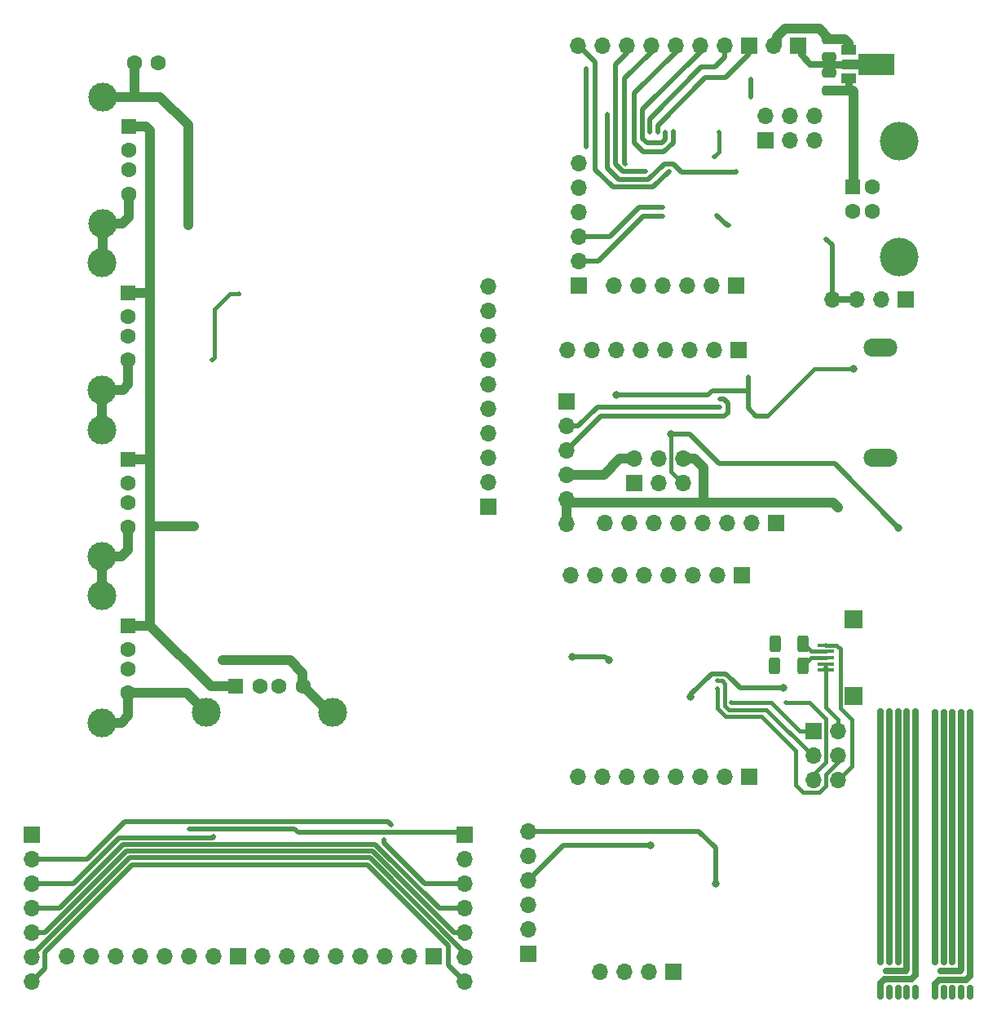
<source format=gbr>
%TF.GenerationSoftware,KiCad,Pcbnew,(6.0.5)*%
%TF.CreationDate,2023-06-16T09:56:29+03:00*%
%TF.ProjectId,JLC1,4a4c4331-2e6b-4696-9361-645f70636258,rev?*%
%TF.SameCoordinates,Original*%
%TF.FileFunction,Copper,L2,Bot*%
%TF.FilePolarity,Positive*%
%FSLAX46Y46*%
G04 Gerber Fmt 4.6, Leading zero omitted, Abs format (unit mm)*
G04 Created by KiCad (PCBNEW (6.0.5)) date 2023-06-16 09:56:29*
%MOMM*%
%LPD*%
G01*
G04 APERTURE LIST*
G04 Aperture macros list*
%AMRoundRect*
0 Rectangle with rounded corners*
0 $1 Rounding radius*
0 $2 $3 $4 $5 $6 $7 $8 $9 X,Y pos of 4 corners*
0 Add a 4 corners polygon primitive as box body*
4,1,4,$2,$3,$4,$5,$6,$7,$8,$9,$2,$3,0*
0 Add four circle primitives for the rounded corners*
1,1,$1+$1,$2,$3*
1,1,$1+$1,$4,$5*
1,1,$1+$1,$6,$7*
1,1,$1+$1,$8,$9*
0 Add four rect primitives between the rounded corners*
20,1,$1+$1,$2,$3,$4,$5,0*
20,1,$1+$1,$4,$5,$6,$7,0*
20,1,$1+$1,$6,$7,$8,$9,0*
20,1,$1+$1,$8,$9,$2,$3,0*%
G04 Aperture macros list end*
%TA.AperFunction,ComponentPad*%
%ADD10C,4.000000*%
%TD*%
%TA.AperFunction,ComponentPad*%
%ADD11C,1.600000*%
%TD*%
%TA.AperFunction,ComponentPad*%
%ADD12R,1.600000X1.600000*%
%TD*%
%TA.AperFunction,ComponentPad*%
%ADD13O,1.700000X1.700000*%
%TD*%
%TA.AperFunction,ComponentPad*%
%ADD14R,1.700000X1.700000*%
%TD*%
%TA.AperFunction,ComponentPad*%
%ADD15C,3.000000*%
%TD*%
%TA.AperFunction,ComponentPad*%
%ADD16R,1.500000X1.600000*%
%TD*%
%TA.AperFunction,ComponentPad*%
%ADD17R,1.600000X1.500000*%
%TD*%
%TA.AperFunction,ComponentPad*%
%ADD18O,3.500000X1.900000*%
%TD*%
%TA.AperFunction,SMDPad,CuDef*%
%ADD19RoundRect,0.175000X-0.175000X-0.575000X0.175000X-0.575000X0.175000X0.575000X-0.175000X0.575000X0*%
%TD*%
%TA.AperFunction,SMDPad,CuDef*%
%ADD20RoundRect,0.250000X0.475000X-0.250000X0.475000X0.250000X-0.475000X0.250000X-0.475000X-0.250000X0*%
%TD*%
%TA.AperFunction,SMDPad,CuDef*%
%ADD21R,3.700000X2.200000*%
%TD*%
%TA.AperFunction,SMDPad,CuDef*%
%ADD22R,1.500000X1.000000*%
%TD*%
%TA.AperFunction,SMDPad,CuDef*%
%ADD23R,1.800000X1.000000*%
%TD*%
%TA.AperFunction,SMDPad,CuDef*%
%ADD24RoundRect,0.250000X-0.312500X-0.625000X0.312500X-0.625000X0.312500X0.625000X-0.312500X0.625000X0*%
%TD*%
%TA.AperFunction,SMDPad,CuDef*%
%ADD25R,1.900000X1.900000*%
%TD*%
%TA.AperFunction,SMDPad,CuDef*%
%ADD26R,1.800000X0.400000*%
%TD*%
%TA.AperFunction,ViaPad*%
%ADD27C,0.600000*%
%TD*%
%TA.AperFunction,ViaPad*%
%ADD28C,0.800000*%
%TD*%
%TA.AperFunction,ViaPad*%
%ADD29C,0.500000*%
%TD*%
%TA.AperFunction,ViaPad*%
%ADD30C,0.400000*%
%TD*%
%TA.AperFunction,ViaPad*%
%ADD31C,1.000000*%
%TD*%
%TA.AperFunction,Conductor*%
%ADD32C,0.500000*%
%TD*%
%TA.AperFunction,Conductor*%
%ADD33C,0.400000*%
%TD*%
%TA.AperFunction,Conductor*%
%ADD34C,0.450000*%
%TD*%
%TA.AperFunction,Conductor*%
%ADD35C,1.000000*%
%TD*%
%TA.AperFunction,Conductor*%
%ADD36C,0.700000*%
%TD*%
%TA.AperFunction,Conductor*%
%ADD37C,0.800000*%
%TD*%
%TA.AperFunction,Conductor*%
%ADD38C,0.350000*%
%TD*%
G04 APERTURE END LIST*
D10*
%TO.P,USB,5*%
%TO.N,N/C*%
X166868450Y-56111550D03*
X166868450Y-44111550D03*
D11*
%TO.P,USB,4*%
X164008450Y-48861550D03*
%TO.P,USB,3*%
X164008450Y-51361550D03*
%TO.P,USB,2*%
X162008450Y-51361550D03*
D12*
%TO.P,USB,1*%
X162008450Y-48861550D03*
%TD*%
D13*
%TO.P,REF\u002A\u002A,7*%
%TO.N,N/C*%
X121750000Y-131310000D03*
%TO.P,REF\u002A\u002A,6*%
X121750000Y-128770000D03*
%TO.P,REF\u002A\u002A,5*%
X121750000Y-126230000D03*
%TO.P,REF\u002A\u002A,4*%
X121750000Y-123690000D03*
%TO.P,REF\u002A\u002A,3*%
X121750000Y-121150000D03*
%TO.P,REF\u002A\u002A,2*%
X121750000Y-118610000D03*
D14*
%TO.P,REF\u002A\u002A,1*%
X121750000Y-116070000D03*
%TD*%
D13*
%TO.P,REF\u002A\u002A,8*%
%TO.N,N/C*%
X80435872Y-128656900D03*
%TO.P,REF\u002A\u002A,7*%
X82975872Y-128656900D03*
%TO.P,REF\u002A\u002A,6*%
X85515872Y-128656900D03*
%TO.P,REF\u002A\u002A,5*%
X88055872Y-128656900D03*
%TO.P,REF\u002A\u002A,4*%
X90595872Y-128656900D03*
%TO.P,REF\u002A\u002A,3*%
X93135872Y-128656900D03*
%TO.P,REF\u002A\u002A,2*%
X95675872Y-128656900D03*
D14*
%TO.P,REF\u002A\u002A,1*%
X98215872Y-128656900D03*
%TD*%
D11*
%TO.P,22pF,2*%
%TO.N,N/C*%
X89900000Y-35950000D03*
%TO.P,22pF,1*%
%TO.N,gnd*%
X87400000Y-35950000D03*
%TD*%
D15*
%TO.P,USB1,5*%
%TO.N,gnd*%
X84025000Y-104415000D03*
X84025000Y-91275000D03*
D11*
%TO.P,USB1,4*%
X86735000Y-101345000D03*
%TO.P,USB1,3*%
%TO.N,N/C*%
X86735000Y-98845000D03*
%TO.P,USB1,2*%
X86735000Y-96845000D03*
D16*
%TO.P,USB1,1*%
X86735000Y-94345000D03*
%TD*%
D13*
%TO.P,REF\u002A\u002A,6*%
%TO.N,N/C*%
X132325000Y-83770000D03*
%TO.P,REF\u002A\u002A,5*%
X132325000Y-81230000D03*
%TO.P,REF\u002A\u002A,4*%
X132325000Y-78690000D03*
%TO.P,REF\u002A\u002A,3*%
X132325000Y-76150000D03*
%TO.P,REF\u002A\u002A,2*%
X132325000Y-73610000D03*
D14*
%TO.P,REF\u002A\u002A,1*%
X132325000Y-71070000D03*
%TD*%
D13*
%TO.P,REF\u002A\u002A,8*%
%TO.N,N/C*%
X133478450Y-34161550D03*
%TO.P,REF\u002A\u002A,7*%
X136018450Y-34161550D03*
%TO.P,REF\u002A\u002A,6*%
X138558450Y-34161550D03*
%TO.P,REF\u002A\u002A,5*%
X141098450Y-34161550D03*
%TO.P,REF\u002A\u002A,4*%
X143638450Y-34161550D03*
%TO.P,REF\u002A\u002A,3*%
X146178450Y-34161550D03*
%TO.P,REF\u002A\u002A,2*%
X148718450Y-34161550D03*
D14*
%TO.P,REF\u002A\u002A,1*%
X151258450Y-34161550D03*
%TD*%
D13*
%TO.P,REF\u002A\u002A,4*%
%TO.N,N/C*%
X135760000Y-130255000D03*
%TO.P,REF\u002A\u002A,3*%
X138300000Y-130255000D03*
%TO.P,REF\u002A\u002A,2*%
X140840000Y-130255000D03*
D14*
%TO.P,REF\u002A\u002A,1*%
X143380000Y-130255000D03*
%TD*%
D13*
%TO.P,REF\u002A\u002A,6*%
%TO.N,N/C*%
X144375000Y-77045000D03*
%TO.P,REF\u002A\u002A,5*%
X144375000Y-79585000D03*
%TO.P,REF\u002A\u002A,4*%
X141835000Y-77045000D03*
%TO.P,REF\u002A\u002A,3*%
X141835000Y-79585000D03*
%TO.P,REF\u002A\u002A,2*%
X139295000Y-77045000D03*
D14*
%TO.P,REF\u002A\u002A,1*%
X139295000Y-79585000D03*
%TD*%
D13*
%TO.P,REF\u002A\u002A,6*%
%TO.N,N/C*%
X137239850Y-59041050D03*
%TO.P,REF\u002A\u002A,5*%
X139779850Y-59041050D03*
%TO.P,REF\u002A\u002A,4*%
X142319850Y-59041050D03*
%TO.P,REF\u002A\u002A,3*%
X144859850Y-59041050D03*
%TO.P,REF\u002A\u002A,2*%
X147399850Y-59041050D03*
D14*
%TO.P,REF\u002A\u002A,1*%
X149939850Y-59041050D03*
%TD*%
D13*
%TO.P,REF\u002A\u002A,8*%
%TO.N,N/C*%
X136245000Y-83745000D03*
%TO.P,REF\u002A\u002A,7*%
X138785000Y-83745000D03*
%TO.P,REF\u002A\u002A,6*%
X141325000Y-83745000D03*
%TO.P,REF\u002A\u002A,5*%
X143865000Y-83745000D03*
%TO.P,REF\u002A\u002A,4*%
X146405000Y-83745000D03*
%TO.P,REF\u002A\u002A,3*%
X148945000Y-83745000D03*
%TO.P,REF\u002A\u002A,2*%
X151485000Y-83745000D03*
D14*
%TO.P,REF\u002A\u002A,1*%
X154025000Y-83745000D03*
%TD*%
D13*
%TO.P,REF\u002A\u002A,6*%
%TO.N,N/C*%
X158007450Y-41476050D03*
%TO.P,REF\u002A\u002A,5*%
X158007450Y-44016050D03*
%TO.P,REF\u002A\u002A,4*%
X155467450Y-41476050D03*
%TO.P,REF\u002A\u002A,3*%
X155467450Y-44016050D03*
%TO.P,REF\u002A\u002A,2*%
X152927450Y-41476050D03*
D14*
%TO.P,REF\u002A\u002A,1*%
X152927450Y-44016050D03*
%TD*%
D16*
%TO.P,USB2,1*%
%TO.N,N/C*%
X86760000Y-77095000D03*
D11*
%TO.P,USB2,2*%
X86760000Y-79595000D03*
%TO.P,USB2,3*%
X86760000Y-81595000D03*
%TO.P,USB2,4*%
%TO.N,gnd*%
X86760000Y-84095000D03*
D15*
%TO.P,USB2,5*%
X84050000Y-74025000D03*
X84050000Y-87165000D03*
%TD*%
D13*
%TO.P,REF\u002A\u002A,8*%
%TO.N,N/C*%
X100735872Y-128656900D03*
%TO.P,REF\u002A\u002A,7*%
X103275872Y-128656900D03*
%TO.P,REF\u002A\u002A,6*%
X105815872Y-128656900D03*
%TO.P,REF\u002A\u002A,5*%
X108355872Y-128656900D03*
%TO.P,REF\u002A\u002A,4*%
X110895872Y-128656900D03*
%TO.P,REF\u002A\u002A,3*%
X113435872Y-128656900D03*
%TO.P,REF\u002A\u002A,2*%
X115975872Y-128656900D03*
D14*
%TO.P,REF\u002A\u002A,1*%
X118515872Y-128656900D03*
%TD*%
D13*
%TO.P,REF\u002A\u002A,6*%
%TO.N,N/C*%
X133533450Y-46386550D03*
%TO.P,REF\u002A\u002A,5*%
X133533450Y-48926550D03*
%TO.P,REF\u002A\u002A,4*%
X133533450Y-51466550D03*
%TO.P,REF\u002A\u002A,3*%
X133533450Y-54006550D03*
%TO.P,REF\u002A\u002A,2*%
X133533450Y-56546550D03*
D14*
%TO.P,REF\u002A\u002A,1*%
X133533450Y-59086550D03*
%TD*%
D15*
%TO.P,USB_0,5*%
%TO.N,gnd*%
X107995000Y-103325000D03*
X94855000Y-103325000D03*
D11*
%TO.P,USB_0,4*%
X104925000Y-100615000D03*
%TO.P,USB_0,3*%
%TO.N,N/C*%
X102425000Y-100615000D03*
%TO.P,USB_0,2*%
X100425000Y-100615000D03*
D17*
%TO.P,USB_0,1*%
X97925000Y-100615000D03*
%TD*%
D13*
%TO.P,REF\u002A\u002A,8*%
%TO.N,N/C*%
X132710000Y-89080000D03*
%TO.P,REF\u002A\u002A,7*%
X135250000Y-89080000D03*
%TO.P,REF\u002A\u002A,6*%
X137790000Y-89080000D03*
%TO.P,REF\u002A\u002A,5*%
X140330000Y-89080000D03*
%TO.P,REF\u002A\u002A,4*%
X142870000Y-89080000D03*
%TO.P,REF\u002A\u002A,3*%
X145410000Y-89080000D03*
%TO.P,REF\u002A\u002A,2*%
X147950000Y-89080000D03*
D14*
%TO.P,REF\u002A\u002A,1*%
X150490000Y-89080000D03*
%TD*%
D13*
%TO.P,REF\u002A\u002A,7*%
%TO.N,N/C*%
X76770000Y-131296900D03*
%TO.P,REF\u002A\u002A,6*%
X76770000Y-128756900D03*
%TO.P,REF\u002A\u002A,5*%
X76770000Y-126216900D03*
%TO.P,REF\u002A\u002A,4*%
X76770000Y-123676900D03*
%TO.P,REF\u002A\u002A,3*%
X76770000Y-121136900D03*
%TO.P,REF\u002A\u002A,2*%
X76770000Y-118596900D03*
D14*
%TO.P,REF\u002A\u002A,1*%
X76770000Y-116056900D03*
%TD*%
D13*
%TO.P,REF\u002A\u002A,4*%
%TO.N,N/C*%
X159873450Y-60511550D03*
%TO.P,REF\u002A\u002A,3*%
X162413450Y-60511550D03*
%TO.P,REF\u002A\u002A,2*%
X164953450Y-60511550D03*
D14*
%TO.P,REF\u002A\u002A,1*%
X167493450Y-60511550D03*
%TD*%
D13*
%TO.P,-BAT+,2*%
%TO.N,N/C*%
X153818450Y-34161550D03*
D14*
%TO.P,-BAT+,1*%
X156358450Y-34161550D03*
%TD*%
D13*
%TO.P,REF\u002A\u002A,6*%
%TO.N,gnd*%
X128302500Y-115670000D03*
%TO.P,REF\u002A\u002A,5*%
X128302500Y-118210000D03*
%TO.P,REF\u002A\u002A,4*%
%TO.N,N/C*%
X128302500Y-120750000D03*
%TO.P,REF\u002A\u002A,3*%
X128302500Y-123290000D03*
%TO.P,REF\u002A\u002A,2*%
X128302500Y-125830000D03*
D14*
%TO.P,REF\u002A\u002A,1*%
X128302500Y-128370000D03*
%TD*%
D13*
%TO.P,REF\u002A\u002A,6*%
%TO.N,N/C*%
X160480000Y-110385000D03*
%TO.P,REF\u002A\u002A,5*%
X157940000Y-110385000D03*
%TO.P,REF\u002A\u002A,4*%
X160480000Y-107845000D03*
%TO.P,REF\u002A\u002A,3*%
X157940000Y-107845000D03*
%TO.P,REF\u002A\u002A,2*%
X160480000Y-105305000D03*
D14*
%TO.P,REF\u002A\u002A,1*%
X157940000Y-105305000D03*
%TD*%
D13*
%TO.P,REF\u002A\u002A,8*%
%TO.N,N/C*%
X132370000Y-65745000D03*
%TO.P,REF\u002A\u002A,7*%
X134910000Y-65745000D03*
%TO.P,REF\u002A\u002A,6*%
X137450000Y-65745000D03*
%TO.P,REF\u002A\u002A,5*%
X139990000Y-65745000D03*
%TO.P,REF\u002A\u002A,4*%
X142530000Y-65745000D03*
%TO.P,REF\u002A\u002A,3*%
X145070000Y-65745000D03*
%TO.P,REF\u002A\u002A,2*%
X147610000Y-65745000D03*
D14*
%TO.P,REF\u002A\u002A,1*%
X150150000Y-65745000D03*
%TD*%
D15*
%TO.P,USB3,5*%
%TO.N,gnd*%
X84075000Y-56730000D03*
X84075000Y-69870000D03*
D11*
%TO.P,USB3,4*%
X86785000Y-66800000D03*
%TO.P,USB3,3*%
%TO.N,N/C*%
X86785000Y-64300000D03*
%TO.P,USB3,2*%
X86785000Y-62300000D03*
D16*
%TO.P,USB3,1*%
X86785000Y-59800000D03*
%TD*%
D18*
%TO.P,USB_0,5*%
%TO.N,N/C*%
X164875000Y-76895000D03*
X164875000Y-65495000D03*
%TD*%
D15*
%TO.P,USB4,5*%
%TO.N,gnd*%
X84100000Y-52620000D03*
X84100000Y-39480000D03*
D11*
%TO.P,USB4,4*%
X86810000Y-49550000D03*
%TO.P,USB4,3*%
%TO.N,N/C*%
X86810000Y-47050000D03*
%TO.P,USB4,2*%
X86810000Y-45050000D03*
D16*
%TO.P,USB4,1*%
X86810000Y-42550000D03*
%TD*%
D13*
%TO.P,REF\u002A\u002A,8*%
%TO.N,N/C*%
X133460000Y-110030000D03*
%TO.P,REF\u002A\u002A,7*%
X136000000Y-110030000D03*
%TO.P,REF\u002A\u002A,6*%
X138540000Y-110030000D03*
%TO.P,REF\u002A\u002A,5*%
X141080000Y-110030000D03*
%TO.P,REF\u002A\u002A,4*%
X143620000Y-110030000D03*
%TO.P,REF\u002A\u002A,3*%
X146160000Y-110030000D03*
%TO.P,REF\u002A\u002A,2*%
X148700000Y-110030000D03*
D14*
%TO.P,REF\u002A\u002A,1*%
X151240000Y-110030000D03*
%TD*%
D19*
%TO.P,,1*%
%TO.N,N/C*%
X173275000Y-103732500D03*
%TD*%
%TO.P,,1*%
%TO.N,N/C*%
X166725000Y-132395000D03*
%TD*%
%TO.P,,1*%
%TO.N,N/C*%
X164925000Y-103720000D03*
%TD*%
%TO.P,,1*%
%TO.N,N/C*%
X172375000Y-132407500D03*
%TD*%
%TO.P,,1*%
%TO.N,N/C*%
X167625000Y-103720000D03*
%TD*%
%TO.P,,1*%
%TO.N,N/C*%
X174175000Y-103732500D03*
%TD*%
%TO.P,,1*%
%TO.N,N/C*%
X168525000Y-103720000D03*
%TD*%
D20*
%TO.P,100uF,2*%
%TO.N,N/C*%
X159568450Y-33461550D03*
%TO.P,100uF,1*%
X159568450Y-35361550D03*
%TD*%
%TO.P,100uF,2*%
%TO.N,N/C*%
X159568450Y-36961550D03*
%TO.P,100uF,1*%
X159568450Y-38861550D03*
%TD*%
D19*
%TO.P,,1*%
%TO.N,N/C*%
X171475000Y-132407500D03*
%TD*%
%TO.P,,1*%
%TO.N,N/C*%
X166725000Y-103720000D03*
%TD*%
%TO.P,,1*%
%TO.N,N/C*%
X165825000Y-103720000D03*
%TD*%
%TO.P,,1*%
%TO.N,N/C*%
X170575000Y-103732500D03*
%TD*%
D13*
%TO.P,REF\u002A\u002A,10*%
%TO.N,N/C*%
X124191250Y-59185000D03*
%TO.P,REF\u002A\u002A,9*%
X124191250Y-61725000D03*
%TO.P,REF\u002A\u002A,8*%
X124191250Y-64265000D03*
%TO.P,REF\u002A\u002A,7*%
X124191250Y-66805000D03*
%TO.P,REF\u002A\u002A,6*%
X124191250Y-69345000D03*
%TO.P,REF\u002A\u002A,5*%
X124191250Y-71885000D03*
%TO.P,REF\u002A\u002A,4*%
X124191250Y-74425000D03*
%TO.P,REF\u002A\u002A,3*%
X124191250Y-76965000D03*
%TO.P,REF\u002A\u002A,2*%
%TO.N,5v*%
X124191250Y-79505000D03*
D14*
%TO.P,REF\u002A\u002A,1*%
%TO.N,gnd*%
X124191250Y-82045000D03*
%TD*%
D19*
%TO.P,,1*%
%TO.N,N/C*%
X168525000Y-132395000D03*
%TD*%
%TO.P,,1*%
%TO.N,N/C*%
X172375000Y-103732500D03*
%TD*%
D21*
%TO.P,78L05,4*%
%TO.N,N/C*%
X164507690Y-36095000D03*
D22*
%TO.P,78L05,3*%
X161607690Y-34595000D03*
D23*
%TO.P,78L05,2*%
X161757690Y-36095000D03*
D22*
%TO.P,78L05,1*%
X161607690Y-37595000D03*
%TD*%
D19*
%TO.P,,1*%
%TO.N,N/C*%
X164925000Y-132395000D03*
%TD*%
%TO.P,,1*%
%TO.N,N/C*%
X170575000Y-132407500D03*
%TD*%
%TO.P,,1*%
%TO.N,N/C*%
X173275000Y-132407500D03*
%TD*%
%TO.P,,1*%
%TO.N,N/C*%
X174175000Y-132407500D03*
%TD*%
%TO.P,,1*%
%TO.N,N/C*%
X165825000Y-132395000D03*
%TD*%
D24*
%TO.P,22R,2*%
%TO.N,N/C*%
X156877500Y-96230000D03*
%TO.P,22R,1*%
X153952500Y-96230000D03*
%TD*%
D25*
%TO.P,REF\u002A\u002A,6*%
%TO.N,N/C*%
X162115000Y-93730000D03*
X162115000Y-101630000D03*
D26*
%TO.P,REF\u002A\u002A,5*%
X159215000Y-98980000D03*
%TO.P,REF\u002A\u002A,4*%
X159215000Y-98330000D03*
%TO.P,REF\u002A\u002A,3*%
X159215000Y-97680000D03*
%TO.P,REF\u002A\u002A,2*%
X159215000Y-97030000D03*
%TO.P,REF\u002A\u002A,1*%
X159215000Y-96380000D03*
%TD*%
D19*
%TO.P,,1*%
%TO.N,N/C*%
X167625000Y-132395000D03*
%TD*%
%TO.P,,1*%
%TO.N,N/C*%
X171475000Y-103732500D03*
%TD*%
D24*
%TO.P,22R,2*%
%TO.N,N/C*%
X156852500Y-98530000D03*
%TO.P,22R,1*%
X153927500Y-98530000D03*
%TD*%
D27*
%TO.N,*%
X170575000Y-129232500D03*
D28*
X132890000Y-97580000D03*
D29*
X96875000Y-117045000D03*
X140508450Y-47236550D03*
D27*
X164900000Y-105070000D03*
D28*
X145190000Y-101730000D03*
D29*
X159215000Y-96380000D03*
X149905250Y-47253450D03*
D27*
X168525000Y-109695000D03*
D29*
X140933450Y-43116550D03*
D27*
X164925000Y-129220000D03*
X165500000Y-130145000D03*
D29*
X95650000Y-116220000D03*
X159252450Y-54241050D03*
X98150000Y-117745000D03*
D27*
X174200000Y-120532500D03*
X171475000Y-129257500D03*
D29*
X134318450Y-44646550D03*
X109482500Y-117702500D03*
D28*
X159718450Y-36086550D03*
D30*
X165975000Y-110820000D03*
D28*
X140977500Y-117130000D03*
D29*
X149440000Y-102330000D03*
D27*
X174200000Y-115032500D03*
D29*
X148225000Y-71645000D03*
X111600000Y-119145000D03*
X159215000Y-98655000D03*
X151175000Y-68545000D03*
X141783450Y-43111550D03*
X142583450Y-43111550D03*
X151468450Y-39536550D03*
X153125000Y-72595000D03*
D27*
X166725000Y-117745000D03*
X167650000Y-123320000D03*
D29*
X93100000Y-115445000D03*
D28*
X154840000Y-100830000D03*
D27*
X168550000Y-115020000D03*
D29*
X99450000Y-118445000D03*
D27*
X165825000Y-129245000D03*
D29*
X153990000Y-96230000D03*
D27*
X168550000Y-120520000D03*
X173300000Y-123332500D03*
D29*
X155040000Y-102330000D03*
X100700000Y-119145000D03*
X134318450Y-36511550D03*
X147908450Y-51786550D03*
X148225000Y-70845000D03*
D27*
X172375000Y-117757500D03*
D29*
X153940000Y-98530000D03*
X151468450Y-37661550D03*
X136533450Y-41311550D03*
X104400000Y-115795000D03*
D27*
X168550000Y-125995000D03*
D28*
X93600000Y-84000000D03*
D29*
X149177450Y-52841050D03*
X108200000Y-117045000D03*
X142258450Y-50936550D03*
X138424450Y-46466050D03*
X143383450Y-43086550D03*
D27*
X166725000Y-129270000D03*
D28*
X160475000Y-82095000D03*
D29*
X147990000Y-100080000D03*
D28*
X137425000Y-70445000D03*
D29*
X152525000Y-77545000D03*
X147990000Y-100880000D03*
D28*
X143125000Y-74495000D03*
D29*
X113300000Y-116570000D03*
D27*
X171150000Y-130157500D03*
D29*
X110775000Y-118445000D03*
X114125000Y-115020000D03*
D27*
X170550000Y-105082500D03*
D28*
X136690000Y-97955000D03*
D27*
X172375000Y-129282500D03*
X174175000Y-109707500D03*
D30*
X171625000Y-110832500D03*
D28*
X166775000Y-84245000D03*
D29*
X148152650Y-43113250D03*
X142958450Y-47211550D03*
D27*
X174200000Y-126007500D03*
D28*
X162125000Y-67695000D03*
D29*
X142258450Y-51861550D03*
X103200000Y-114695000D03*
X147618450Y-45701550D03*
D31*
%TO.N,gnd*%
X96600000Y-97950000D03*
D28*
X93000000Y-52837500D03*
X147752500Y-121155000D03*
D29*
%TO.N,1.8V*%
X98285000Y-59900000D03*
X95455000Y-66760000D03*
%TD*%
D32*
%TO.N,*%
X108200000Y-117045000D02*
X96875000Y-117045000D01*
D33*
X159190000Y-108530000D02*
X157940000Y-109780000D01*
D32*
X137383450Y-46491550D02*
X137383450Y-36096550D01*
X138424450Y-46466050D02*
X138308450Y-46350050D01*
D33*
X157940000Y-107845000D02*
X157825000Y-107845000D01*
D32*
X148718450Y-34161550D02*
X148718450Y-35376550D01*
D34*
X158025000Y-67695000D02*
X162125000Y-67695000D01*
D32*
X145075000Y-74495000D02*
X148125000Y-77545000D01*
D35*
X161607690Y-33877690D02*
X161191550Y-33461550D01*
D32*
X137083450Y-48861550D02*
X135233450Y-47011550D01*
D36*
X174175000Y-130657500D02*
X173750000Y-131082500D01*
D33*
X159215000Y-96380000D02*
X160340000Y-96380000D01*
D32*
X147340000Y-99330000D02*
X148840000Y-99330000D01*
D35*
X162008450Y-48861550D02*
X162068450Y-48801550D01*
D33*
X160740000Y-102930000D02*
X161940000Y-104130000D01*
D32*
X149897150Y-47261550D02*
X144233450Y-47261550D01*
X111600000Y-119145000D02*
X100700000Y-119145000D01*
D35*
X162041550Y-38861550D02*
X161691550Y-38861550D01*
D32*
X103225000Y-114670000D02*
X113775000Y-114670000D01*
D33*
X148740000Y-100380000D02*
X148440000Y-100080000D01*
D32*
X149025000Y-71245000D02*
X149025000Y-72245000D01*
X140933450Y-41761550D02*
X140933450Y-43116550D01*
X140258450Y-51861550D02*
X135583450Y-56536550D01*
D36*
X159718450Y-36086550D02*
X157618450Y-36086550D01*
D35*
X162075000Y-38895000D02*
X162041550Y-38861550D01*
D32*
X148808450Y-37511550D02*
X151258450Y-35061550D01*
D36*
X171000000Y-131082500D02*
X170575000Y-131507500D01*
D32*
X151175000Y-69945000D02*
X151175000Y-68545000D01*
X81060000Y-121135000D02*
X76775000Y-121135000D01*
X135583450Y-56536550D02*
X133533450Y-56536550D01*
D35*
X159568450Y-33461550D02*
X158543450Y-32436550D01*
D33*
X160480000Y-104070000D02*
X160480000Y-105305000D01*
D32*
X142583450Y-43111550D02*
X142583450Y-43911550D01*
X166775000Y-84245000D02*
X166775000Y-84195000D01*
X133510000Y-73610000D02*
X135475000Y-71645000D01*
X120000000Y-129560000D02*
X120000000Y-127545000D01*
D36*
X172375000Y-129282500D02*
X172375000Y-103732500D01*
D32*
X137425000Y-70445000D02*
X146925000Y-70445000D01*
D33*
X143125000Y-76545000D02*
X143125000Y-74495000D01*
D35*
X132325000Y-78690000D02*
X136180000Y-78690000D01*
D32*
X136533450Y-46861550D02*
X136533450Y-41311550D01*
X148225000Y-70845000D02*
X148625000Y-70845000D01*
D36*
X168100000Y-131070000D02*
X165350000Y-131070000D01*
D32*
X142408450Y-45186550D02*
X140283450Y-45186550D01*
D36*
X162413450Y-60511550D02*
X159873450Y-60511550D01*
D32*
X78125000Y-129945000D02*
X76775000Y-131295000D01*
D37*
X161749240Y-36086550D02*
X161757690Y-36095000D01*
D35*
X132325000Y-83770000D02*
X132325000Y-81230000D01*
D33*
X159190000Y-109780000D02*
X160480000Y-108490000D01*
D32*
X151468450Y-39536550D02*
X151468450Y-37736550D01*
D36*
X173175000Y-130157500D02*
X173275000Y-130057500D01*
D37*
X161607690Y-37595000D02*
X161607690Y-38777690D01*
D32*
X140783450Y-48086550D02*
X137758450Y-48086550D01*
X76775000Y-128570000D02*
X76775000Y-128755000D01*
X151175000Y-71795000D02*
X151975000Y-72595000D01*
D36*
X171475000Y-129257500D02*
X171475000Y-103732500D01*
D33*
X148440000Y-100080000D02*
X147990000Y-100080000D01*
X149440000Y-102330000D02*
X153560000Y-102330000D01*
D35*
X161691550Y-38861550D02*
X159568450Y-38861550D01*
D33*
X153560000Y-102330000D02*
X156535000Y-105305000D01*
D32*
X100700000Y-119145000D02*
X87200000Y-119145000D01*
X79645000Y-123675000D02*
X76775000Y-123675000D01*
D35*
X161607690Y-34595000D02*
X161607690Y-33877690D01*
D32*
X78125000Y-128220000D02*
X78125000Y-129945000D01*
X103200000Y-114695000D02*
X103175000Y-114670000D01*
X112425000Y-117045000D02*
X108200000Y-117045000D01*
D33*
X157677500Y-97030000D02*
X156877500Y-96230000D01*
D32*
X150340000Y-100830000D02*
X154840000Y-100830000D01*
X117530000Y-121150000D02*
X121750000Y-121150000D01*
X135475000Y-71645000D02*
X148225000Y-71645000D01*
D36*
X165350000Y-131070000D02*
X164925000Y-131495000D01*
D32*
X103200000Y-114695000D02*
X103225000Y-114670000D01*
X95525000Y-116345000D02*
X85850000Y-116345000D01*
X159252450Y-54241050D02*
X159873450Y-54862050D01*
X139333450Y-39116550D02*
X143638450Y-34811550D01*
X139333450Y-44236550D02*
X139333450Y-39116550D01*
D33*
X148740000Y-102680000D02*
X148740000Y-100380000D01*
D32*
X134318450Y-44646550D02*
X134318450Y-36511550D01*
X146178450Y-34811550D02*
X146178450Y-34161550D01*
X140283450Y-45186550D02*
X139333450Y-44236550D01*
D36*
X171150000Y-130157500D02*
X173175000Y-130157500D01*
D32*
X141783450Y-42436550D02*
X146708450Y-37511550D01*
X151175000Y-69945000D02*
X151175000Y-71795000D01*
D33*
X147618450Y-45701550D02*
X148152650Y-45167350D01*
D36*
X165825000Y-129245000D02*
X165825000Y-103720000D01*
D33*
X160740000Y-96780000D02*
X160740000Y-102930000D01*
D32*
X145190000Y-101480000D02*
X147340000Y-99330000D01*
X142208450Y-44286550D02*
X140658450Y-44286550D01*
X113300000Y-116920000D02*
X117530000Y-121150000D01*
X142958450Y-47211550D02*
X141308450Y-48861550D01*
D33*
X147990000Y-102930000D02*
X148790000Y-103730000D01*
D36*
X156668450Y-35136550D02*
X156668450Y-34211550D01*
D32*
X113300000Y-116570000D02*
X113300000Y-116920000D01*
D33*
X160480000Y-108490000D02*
X160480000Y-107845000D01*
D32*
X132890000Y-97580000D02*
X136315000Y-97580000D01*
D33*
X157490000Y-102330000D02*
X159190000Y-104030000D01*
D32*
X146708450Y-37511550D02*
X148808450Y-37511550D01*
X143125000Y-74495000D02*
X145075000Y-74495000D01*
D33*
X148790000Y-103730000D02*
X152510000Y-103730000D01*
D32*
X85850000Y-116345000D02*
X81060000Y-121135000D01*
X86450000Y-114670000D02*
X82525000Y-118595000D01*
D36*
X168525000Y-130645000D02*
X168100000Y-131070000D01*
D33*
X159215000Y-97030000D02*
X157677500Y-97030000D01*
D32*
X137758450Y-48086550D02*
X136533450Y-46861550D01*
D36*
X166725000Y-129270000D02*
X166725000Y-103720000D01*
D32*
X140183450Y-43811550D02*
X140183450Y-40806550D01*
X137383450Y-36096550D02*
X138558450Y-34921550D01*
D35*
X160475000Y-82095000D02*
X159975000Y-81595000D01*
X137825000Y-77045000D02*
X139295000Y-77045000D01*
D32*
X143638450Y-34811550D02*
X143638450Y-34161550D01*
X86275000Y-117045000D02*
X79645000Y-123675000D01*
X148125000Y-77545000D02*
X152525000Y-77545000D01*
X148625000Y-72645000D02*
X135830000Y-72645000D01*
X103175000Y-114670000D02*
X86450000Y-114670000D01*
X151258450Y-35061550D02*
X151258450Y-34161550D01*
X138308450Y-46350050D02*
X138308450Y-37601550D01*
D35*
X132325000Y-81230000D02*
X132690000Y-81595000D01*
X136180000Y-78690000D02*
X137825000Y-77045000D01*
D32*
X119070000Y-123690000D02*
X112425000Y-117045000D01*
D36*
X164925000Y-129220000D02*
X164925000Y-103720000D01*
D35*
X146175000Y-81595000D02*
X146525000Y-81245000D01*
D32*
X93100000Y-115445000D02*
X104050000Y-115445000D01*
D34*
X153125000Y-72595000D02*
X158025000Y-67695000D01*
D32*
X121750000Y-128320000D02*
X111875000Y-118445000D01*
X111875000Y-118445000D02*
X110775000Y-118445000D01*
X121750000Y-131310000D02*
X120000000Y-129560000D01*
X141783450Y-43111550D02*
X141783450Y-42436550D01*
X142258450Y-51861550D02*
X140258450Y-51861550D01*
X148962950Y-52841050D02*
X149177450Y-52841050D01*
D36*
X164925000Y-131495000D02*
X164925000Y-132395000D01*
D37*
X159718450Y-36086550D02*
X161749240Y-36086550D01*
D32*
X95650000Y-116220000D02*
X95525000Y-116345000D01*
D35*
X154968450Y-32436550D02*
X154168450Y-33236550D01*
D33*
X152510000Y-103730000D02*
X156075000Y-107295000D01*
D36*
X174175000Y-103732500D02*
X174175000Y-109707500D01*
D32*
X120000000Y-127545000D02*
X111600000Y-119145000D01*
D33*
X159215000Y-98655000D02*
X159215000Y-102805000D01*
D32*
X141308450Y-48861550D02*
X137083450Y-48861550D01*
D36*
X168525000Y-109695000D02*
X168525000Y-130645000D01*
D33*
X158540000Y-111630000D02*
X159190000Y-110980000D01*
D32*
X159873450Y-54862050D02*
X159873450Y-60511550D01*
X120635000Y-126230000D02*
X121750000Y-126230000D01*
D36*
X174175000Y-109707500D02*
X174175000Y-130657500D01*
D33*
X143125000Y-78335000D02*
X143125000Y-76545000D01*
D35*
X132690000Y-81595000D02*
X146175000Y-81595000D01*
D33*
X159190000Y-110980000D02*
X159190000Y-109780000D01*
X157702500Y-97680000D02*
X156852500Y-98530000D01*
D32*
X135830000Y-72645000D02*
X132325000Y-76150000D01*
D33*
X144375000Y-79585000D02*
X143125000Y-78335000D01*
D32*
X138558450Y-34921550D02*
X138558450Y-34161550D01*
X121475000Y-115795000D02*
X121750000Y-116070000D01*
D33*
X148152650Y-45167350D02*
X148152650Y-43113250D01*
D32*
X140508450Y-47236550D02*
X138128450Y-47236550D01*
X148625000Y-70845000D02*
X149025000Y-71245000D01*
D33*
X147990000Y-100880000D02*
X147990000Y-102930000D01*
D32*
X113775000Y-114670000D02*
X114125000Y-115020000D01*
X148840000Y-99330000D02*
X149540000Y-100030000D01*
X141098450Y-34811550D02*
X141098450Y-34161550D01*
D35*
X145625000Y-77045000D02*
X144375000Y-77045000D01*
X162068450Y-38901550D02*
X162075000Y-38895000D01*
D32*
X142583450Y-43911550D02*
X142208450Y-44286550D01*
X138128450Y-47236550D02*
X137383450Y-46491550D01*
X146925000Y-70445000D02*
X147425000Y-69945000D01*
X147425000Y-69945000D02*
X151175000Y-69945000D01*
D36*
X167625000Y-130045000D02*
X167625000Y-103720000D01*
D33*
X156810000Y-111630000D02*
X158540000Y-111630000D01*
D32*
X135233450Y-47011550D02*
X135233450Y-35826550D01*
D36*
X170575000Y-129232500D02*
X170575000Y-103732500D01*
D32*
X146283450Y-36411550D02*
X140933450Y-41761550D01*
X148718450Y-35376550D02*
X147683450Y-36411550D01*
X98150000Y-117745000D02*
X86575000Y-117745000D01*
D33*
X159190000Y-104030000D02*
X159190000Y-108530000D01*
X160485000Y-110385000D02*
X160480000Y-110385000D01*
D32*
X140658450Y-44286550D02*
X140183450Y-43811550D01*
X160125000Y-77545000D02*
X152525000Y-77545000D01*
D33*
X157940000Y-109780000D02*
X157940000Y-110385000D01*
D32*
X132325000Y-73610000D02*
X133510000Y-73610000D01*
X147683450Y-36411550D02*
X146283450Y-36411550D01*
D35*
X146525000Y-81245000D02*
X146525000Y-77945000D01*
D36*
X157618450Y-36086550D02*
X156668450Y-35136550D01*
D32*
X99450000Y-118445000D02*
X86900000Y-118445000D01*
D35*
X161191550Y-33461550D02*
X159568450Y-33461550D01*
D32*
X136773450Y-53996550D02*
X133533450Y-53996550D01*
D33*
X159215000Y-98655000D02*
X159215000Y-98980000D01*
D36*
X165500000Y-130145000D02*
X167525000Y-130145000D01*
D32*
X143408450Y-46436550D02*
X142433450Y-46436550D01*
X138308450Y-37601550D02*
X141098450Y-34811550D01*
X145190000Y-101730000D02*
X145190000Y-101480000D01*
D35*
X146525000Y-77945000D02*
X145625000Y-77045000D01*
D32*
X78105000Y-126215000D02*
X76775000Y-126215000D01*
X104050000Y-115445000D02*
X104400000Y-115795000D01*
D36*
X173275000Y-130057500D02*
X173275000Y-103732500D01*
D32*
X82525000Y-118595000D02*
X76775000Y-118595000D01*
X147908450Y-51786550D02*
X148962950Y-52841050D01*
X166775000Y-84195000D02*
X160125000Y-77545000D01*
X149905250Y-47253450D02*
X149897150Y-47261550D01*
D33*
X156535000Y-105305000D02*
X157940000Y-105305000D01*
D36*
X170575000Y-131507500D02*
X170575000Y-132407500D01*
D33*
X156075000Y-107295000D02*
X156075000Y-110895000D01*
D37*
X161607690Y-38777690D02*
X161691550Y-38861550D01*
D32*
X121750000Y-128770000D02*
X121750000Y-128320000D01*
D35*
X158543450Y-32436550D02*
X154968450Y-32436550D01*
D33*
X157825000Y-107845000D02*
X153060000Y-103080000D01*
D32*
X149540000Y-100030000D02*
X150340000Y-100830000D01*
X140977500Y-117130000D02*
X131922500Y-117130000D01*
D35*
X159568450Y-36961550D02*
X159568450Y-35361550D01*
D33*
X160340000Y-96380000D02*
X160740000Y-96780000D01*
X159215000Y-102805000D02*
X160480000Y-104070000D01*
D32*
X86575000Y-117745000D02*
X78105000Y-126215000D01*
D33*
X161940000Y-108930000D02*
X160485000Y-110385000D01*
D36*
X168525000Y-103720000D02*
X168525000Y-109695000D01*
D32*
X149025000Y-72245000D02*
X148625000Y-72645000D01*
D38*
X151175000Y-68545000D02*
X151175000Y-71795000D01*
D33*
X159215000Y-97680000D02*
X157702500Y-97680000D01*
D35*
X154168450Y-33236550D02*
X154168450Y-34211550D01*
D32*
X140977500Y-117130000D02*
X141027500Y-117180000D01*
D33*
X149140000Y-103080000D02*
X148740000Y-102680000D01*
D32*
X139833450Y-50936550D02*
X136773450Y-53996550D01*
X109525000Y-117745000D02*
X98150000Y-117745000D01*
X96875000Y-117045000D02*
X86275000Y-117045000D01*
X109525000Y-117745000D02*
X112150000Y-117745000D01*
X135233450Y-35826550D02*
X133568450Y-34161550D01*
D36*
X173750000Y-131082500D02*
X171000000Y-131082500D01*
D32*
X142433450Y-46436550D02*
X140783450Y-48086550D01*
X142258450Y-50936550D02*
X139833450Y-50936550D01*
D35*
X162068450Y-48801550D02*
X162068450Y-38901550D01*
D32*
X144233450Y-47261550D02*
X143408450Y-46436550D01*
D33*
X153060000Y-103080000D02*
X149140000Y-103080000D01*
X161940000Y-104130000D02*
X161940000Y-108930000D01*
X156075000Y-110895000D02*
X156810000Y-111630000D01*
D32*
X86900000Y-118445000D02*
X76775000Y-128570000D01*
X121750000Y-123690000D02*
X119070000Y-123690000D01*
D35*
X159975000Y-81595000D02*
X146175000Y-81595000D01*
D32*
X104400000Y-115795000D02*
X121475000Y-115795000D01*
X136315000Y-97580000D02*
X136690000Y-97955000D01*
X112150000Y-117745000D02*
X120635000Y-126230000D01*
X151975000Y-72595000D02*
X153125000Y-72595000D01*
X131922500Y-117130000D02*
X128302500Y-120750000D01*
D33*
X155040000Y-102330000D02*
X157490000Y-102330000D01*
D32*
X87200000Y-119145000D02*
X78125000Y-128220000D01*
X133568450Y-34161550D02*
X133478450Y-34161550D01*
X140183450Y-40806550D02*
X146178450Y-34811550D01*
X110775000Y-118445000D02*
X99450000Y-118445000D01*
X143383450Y-44211550D02*
X142408450Y-45186550D01*
X143383450Y-43086550D02*
X143383450Y-44211550D01*
D36*
X167525000Y-130145000D02*
X167625000Y-130045000D01*
D35*
%TO.N,gnd*%
X86810000Y-51940000D02*
X86130000Y-52620000D01*
X86785000Y-66800000D02*
X86785000Y-69290000D01*
X93000000Y-52837500D02*
X93000000Y-42425000D01*
X84100000Y-52620000D02*
X84100000Y-56705000D01*
X86760000Y-84095000D02*
X86760000Y-86515000D01*
X107610000Y-103300000D02*
X107970000Y-103300000D01*
X84085000Y-87200000D02*
X84050000Y-87165000D01*
X86035000Y-104415000D02*
X84025000Y-104415000D01*
X104900000Y-99275000D02*
X104900000Y-100590000D01*
X103575000Y-97950000D02*
X104900000Y-99275000D01*
X87400000Y-35950000D02*
X87400000Y-39410000D01*
X87400000Y-39410000D02*
X87330000Y-39480000D01*
X87330000Y-39480000D02*
X84100000Y-39480000D01*
D32*
X147752500Y-121155000D02*
X147752500Y-117405000D01*
D35*
X86785000Y-69290000D02*
X86200000Y-69875000D01*
X84080000Y-69875000D02*
X84075000Y-69870000D01*
D32*
X147752500Y-117405000D02*
X146017500Y-115670000D01*
D35*
X93000000Y-42425000D02*
X90055000Y-39480000D01*
X84050000Y-91250000D02*
X84025000Y-91275000D01*
X107970000Y-103300000D02*
X107995000Y-103325000D01*
X86075000Y-87200000D02*
X84085000Y-87200000D01*
X86760000Y-86515000D02*
X86075000Y-87200000D01*
D32*
X146017500Y-115670000D02*
X128302500Y-115670000D01*
D35*
X84100000Y-56705000D02*
X84075000Y-56730000D01*
X92875000Y-101345000D02*
X94855000Y-103325000D01*
X96600000Y-97950000D02*
X103575000Y-97950000D01*
X86810000Y-49550000D02*
X86810000Y-51940000D01*
X86735000Y-103715000D02*
X86035000Y-104415000D01*
X84075000Y-69870000D02*
X84075000Y-74000000D01*
X84050000Y-87165000D02*
X84050000Y-91250000D01*
X86735000Y-101345000D02*
X86735000Y-103715000D01*
X86130000Y-52620000D02*
X84100000Y-52620000D01*
X86200000Y-69875000D02*
X84080000Y-69875000D01*
X90055000Y-39480000D02*
X87330000Y-39480000D01*
X84075000Y-74000000D02*
X84050000Y-74025000D01*
X104900000Y-100590000D02*
X107610000Y-103300000D01*
X86735000Y-101345000D02*
X92875000Y-101345000D01*
%TO.N,5v*%
X89070000Y-94345000D02*
X86735000Y-94345000D01*
X86760000Y-77095000D02*
X88930000Y-77095000D01*
X89050000Y-60050000D02*
X89050000Y-76975000D01*
X97925000Y-100615000D02*
X97915000Y-100625000D01*
X89050000Y-83775000D02*
X89050000Y-94325000D01*
X88930000Y-77095000D02*
X89050000Y-76975000D01*
X89050000Y-83775000D02*
X89050000Y-84000000D01*
X88800000Y-59800000D02*
X89050000Y-60050000D01*
X88600000Y-42550000D02*
X89050000Y-43000000D01*
X97915000Y-100625000D02*
X95350000Y-100625000D01*
X86810000Y-42550000D02*
X88600000Y-42550000D01*
X89050000Y-76975000D02*
X89050000Y-83775000D01*
X89050000Y-84000000D02*
X93600000Y-84000000D01*
X86785000Y-59800000D02*
X88800000Y-59800000D01*
X89050000Y-45650000D02*
X89050000Y-60050000D01*
X95350000Y-100625000D02*
X89070000Y-94345000D01*
X89050000Y-43000000D02*
X89050000Y-45650000D01*
X89050000Y-94325000D02*
X89070000Y-94345000D01*
D33*
%TO.N,1.8V*%
X97300000Y-59900000D02*
X98285000Y-59900000D01*
X95700000Y-61500000D02*
X97300000Y-59900000D01*
X95455000Y-66760000D02*
X95700000Y-66515000D01*
X95700000Y-66515000D02*
X95700000Y-61500000D01*
%TD*%
M02*

</source>
